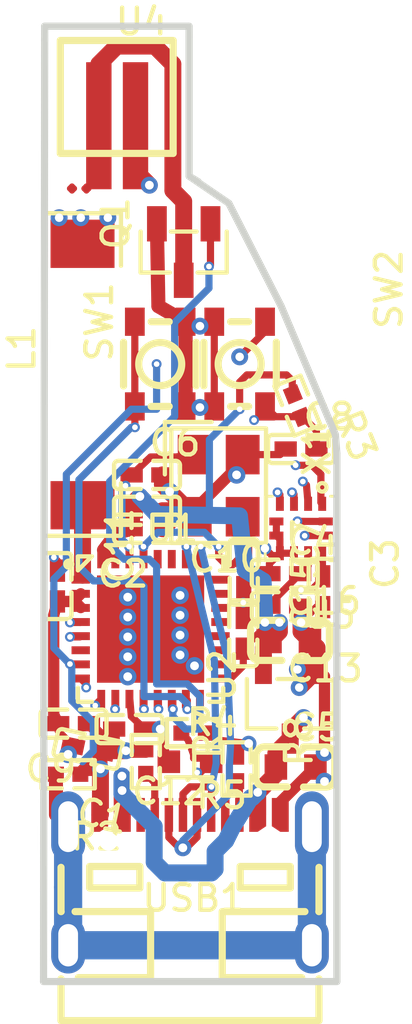
<source format=kicad_pcb>
(kicad_pcb (version 20240108) (generator "pcbnew") (generator_version "8.0")
  (layers (0 "F.Cu" signal "TopLayer") (1 "In1.Cu" signal "Power") (2 "In2.Cu" signal "Middle Layer") (31 "B.Cu" signal "BottomLayer") (34 "B.Paste" user "BottomPasteMaskLayer") (35 "F.Paste" user "TopPasteMaskLayer") (36 "B.SilkS" user "BottomSilkLayer") (37 "F.SilkS" user "TopSilkLayer") (38 "B.Mask" user "BottomSolderMaskLayer") (39 "F.Mask" user "TopSolderMaskLayer") (44 "Edge.Cuts" user "BoardOutLine"))
  (net 1 "")
  (net 2 "RESET")
  (net 3 "LED")
  (net 4 "3.3V")
  (net 5 "BOOT")
  (net 6 "XTAL_P")
  (net 7 "D+")
  (net 8 "D-")
  (net 9 "XTAL_N")
  (net 10 "SHIELD")
  (net 11 "VBUS")
  (net 12 "ACC_CS")
  (net 13 "AMBIENT")
  (net 14 "ACC_SDI")
  (net 15 "ACC_INT2")
  (net 16 "ACC_INT1")
  (net 17 "ACC_SDO")
  (net 18 "ACC_CLK")
  (net 19 "U4_1")
  (net 20 "GND")
  (net 21 "ANTENNA")
  (net 22 "CC2")
  (net 23 "CC1")
  (footprint "BackupProjects_lennarteichhorn_personal_1_20240922:KEY-SMD_4P-L3.0-W2.6-P1.80-LS3.5" (layer "F.Cu") (at 153.952 100.1282 -90)
    (property "Reference" "SW2")
    (property "Value" "K2-1830UQ-A4DW-06" (hide yes))
  )
  (footprint "BackupProjects_lennarteichhorn_personal_1_20240922:R0402" (layer "F.Cu") (at 153.843 114.468 -90)
    (property "Reference" "R8")
    (property "Value" "5.1kΩ" (hide yes))
  )
  (footprint "BackupProjects_lennarteichhorn_personal_1_20240922:C0402" (layer "F.Cu") (at 150.668 104.054)
    (property "Reference" "C6")
    (property "Value" "22pF" (hide yes))
  )
  (footprint "BackupProjects_lennarteichhorn_personal_1_20240922:QFN-32_L5.0-W5.0-P0.50-TL-EP3.7" (layer "F.Cu") (at 150.795 109.515)
    (property "Reference" "U1")
    (property "Value" "ESP32-C3FH4" (hide yes))
  )
  (footprint "BackupProjects_lennarteichhorn_personal_1_20240922:C0402" (layer "F.Cu") (at 154.097 107.483 -90)
    (property "Reference" "C7")
    (property "Value" "22pF" (hide yes))
  )
  (footprint "BackupProjects_lennarteichhorn_personal_1_20240922:SENSORS-SMD_ALS-PT19" (layer "F.Cu") (at 152.192 114.214)
    (property "Reference" "R4")
    (property "Value" "ALS-PT19-315C/L177/TR8" (hide yes))
  )
  (footprint "BackupProjects_lennarteichhorn_personal_1_20240922:KEY-SMD_4P-L3.0-W2.6-P1.80-LS3.5" (layer "F.Cu") (at 151.136 100.1282 90)
    (property "Reference" "SW1")
    (property "Value" "K2-1830UQ-A4DW-06" (hide yes))
  )
  (footprint "BackupProjects_lennarteichhorn_personal_1_20240922:C0402" (layer "F.Cu") (at 155.552 108.7041 180)
    (property "Reference" "C13")
    (property "Value" "10uF" (hide yes))
  )
  (footprint "BackupProjects_lennarteichhorn_personal_1_20240922:C0402" (layer "F.Cu") (at 156.128 103.1361)
    (property "Reference" "C8")
    (property "Value" "1uF" (hide yes))
  )
  (footprint "BackupProjects_lennarteichhorn_personal_1_20240922:R0402" (layer "F.Cu") (at 147.872 114.6561 180)
    (property "Reference" "R2")
    (property "Value" "1MΩ" (hide yes))
  )
  (footprint "BackupProjects_lennarteichhorn_personal_1_20240922:SOT-23-3_L2.9-W1.6-P1.90-LS2.8-BR" (layer "F.Cu") (at 155.744 112.1601 90)
    (property "Reference" "U2")
    (property "Value" "XC6206P332MR" (hide yes))
  )
  (footprint "BackupProjects_lennarteichhorn_personal_1_20240922:R0402" (layer "F.Cu") (at 150.624 114.2081 -90)
    (property "Reference" "R7")
    (property "Value" "5.1kΩ" (hide yes))
  )
  (footprint "BackupProjects_lennarteichhorn_personal_1_20240922:ANT-SMD_L9.5-W2.1" (layer "F.Cu") (at 148.382 100.498 90)
    (property "Reference" "L1")
    (property "Value" "AN9520-245" (hide yes))
  )
  (footprint "BackupProjects_lennarteichhorn_personal_1_20240922:USB-C-SMD_MC-107D" (layer "F.Cu") (at 152.192 118.405)
    (property "Reference" "USB1")
    (property "Value" "MC-107D" (hide yes))
  )
  (footprint "BackupProjects_lennarteichhorn_personal_1_20240922:C0603" (layer "F.Cu") (at 155.744 109.9201)
    (property "Reference" "C16")
    (property "Value" "22uF" (hide yes))
  )
  (footprint "BackupProjects_lennarteichhorn_personal_1_20240922:C0402" (layer "F.Cu") (at 148.576 113.7601 168)
    (property "Reference" "C1")
    (property "Value" "10uF" (hide yes))
  )
  (footprint "BackupProjects_lennarteichhorn_personal_1_20240922:C0402" (layer "F.Cu") (at 150.668 105.959 180)
    (property "Reference" "C2")
    (property "Value" "10uF" (hide yes))
  )
  (footprint "BackupProjects_lennarteichhorn_personal_1_20240922:CRYSTAL-SMD_4P-L3.2-W2.5-BL" (layer "F.Cu") (at 153.208 104.435 -90)
    (property "Reference" "X1")
    (property "Value" "40MHz" (hide yes))
  )
  (footprint "BackupProjects_lennarteichhorn_personal_1_20240922:C0402" (layer "F.Cu") (at 156.896 108.1921 -90)
    (property "Reference" "C3")
    (property "Value" "100nF" (hide yes))
  )
  (footprint "BackupProjects_lennarteichhorn_personal_1_20240922:R0402" (layer "F.Cu") (at 156 101.6002 -68)
    (property "Reference" "R3")
    (property "Value" "10kΩ" (hide yes))
  )
  (footprint "BackupProjects_lennarteichhorn_personal_1_20240922:LGA-12_L2.0-W2.0-P0.50-BL" (layer "F.Cu") (at 156.128 105.9521 180)
    (property "Reference" "U5")
    (property "Value" "LIS2DH12TR" (hide yes))
  )
  (footprint "BackupProjects_lennarteichhorn_personal_1_20240922:C0402" (layer "F.Cu") (at 150.668 105.324 180)
    (property "Reference" "C10")
    (property "Value" "1uF" (hide yes))
  )
  (footprint "BackupProjects_lennarteichhorn_personal_1_20240922:C0603" (layer "F.Cu") (at 155.936 114.4001)
    (property "Reference" "C5")
    (property "Value" "22uF" (hide yes))
  )
  (footprint "BackupProjects_lennarteichhorn_personal_1_20240922:C0402" (layer "F.Cu") (at 155.552 107.5521)
    (property "Reference" "C4")
    (property "Value" "100nF" (hide yes))
  )
  (footprint "BackupProjects_lennarteichhorn_personal_1_20240922:C0402" (layer "F.Cu") (at 148.064 112.8641 180)
    (property "Reference" "C9")
    (property "Value" "100nF" (hide yes))
  )
  (footprint "BackupProjects_lennarteichhorn_personal_1_20240922:C0402" (layer "F.Cu") (at 147.493 107.991 -90)
    (property "Reference" "C11")
    (property "Value" "1uF" (hide yes))
  )
  (footprint "BackupProjects_lennarteichhorn_personal_1_20240922:C0402" (layer "F.Cu") (at 154.08 109.6641 -90)
    (property "Reference" "C15")
    (property "Value" "100nF" (hide yes))
  )
  (footprint "BackupProjects_lennarteichhorn_personal_1_20240922:SOT-23-3_L2.9-W1.3-P1.90-LS2.4-BR" (layer "F.Cu") (at 151.968 96.1602 90)
    (property "Reference" "Q1")
    (property "Value" "AO3400A" (hide yes))
  )
  (footprint "BackupProjects_lennarteichhorn_personal_1_20240922:R0402" (layer "F.Cu") (at 152.319 113.198 180)
    (property "Reference" "R5")
    (property "Value" "10kΩ" (hide yes))
  )
  (footprint "BackupProjects_lennarteichhorn_personal_1_20240922:LED STRIP 4MM" (layer "F.Cu") (at 148.96 91.9362)
    (property "Reference" "U4")
    (property "Value" "LED strip" (hide yes))
  )
  (footprint "BackupProjects_lennarteichhorn_personal_1_20240922:C0402" (layer "F.Cu") (at 150.048 113.0561 180)
    (property "Reference" "C12")
    (property "Value" "100nF" (hide yes))
  )
  (gr_line (start 157.399 122.0001) (end 147 122.0001) (stroke (width 0.254)) (layer "Edge.Cuts"))
  (gr_line (start 157.344 102.6242) (end 157.399 103.292) (stroke (width 0.254)) (layer "Edge.Cuts"))
  (gr_line (start 147.04 88.6082) (end 147.0409 88.6718) (stroke (width 0.254)) (layer "Edge.Cuts"))
  (gr_line (start 147.0409 88.6718) (end 147.04 88.1602) (stroke (width 0.254)) (layer "Edge.Cuts"))
  (gr_line (start 147 122.0001) (end 147.04 88.6082) (stroke (width 0.254)) (layer "Edge.Cuts"))
  (gr_line (start 155.424 98.0802) (end 157.344 102.6242) (stroke (width 0.254)) (layer "Edge.Cuts"))
  (gr_line (start 153.568 94.4322) (end 155.424 98.0802) (stroke (width 0.254)) (layer "Edge.Cuts"))
  (gr_line (start 152.159 88.1612) (end 152.16 88.5442) (stroke (width 0.254)) (layer "Edge.Cuts"))
  (gr_line (start 152.16 93.4722) (end 152.48 93.6642) (stroke (width 0.254)) (layer "Edge.Cuts"))
  (gr_line (start 147.04 88.1602) (end 152.159 88.1612) (stroke (width 0.254)) (layer "Edge.Cuts"))
  (gr_line (start 157.399 106.975) (end 157.399 122.0001) (stroke (width 0.254)) (layer "Edge.Cuts"))
  (gr_line (start 152.16 88.5442) (end 152.16 93.4722) (stroke (width 0.254)) (layer "Edge.Cuts"))
  (gr_line (start 152.16 93.4722) (end 153.568 94.4322) (stroke (width 0.254)) (layer "Edge.Cuts"))
  (gr_line (start 157.399 103.292) (end 157.399 106.975) (stroke (width 0.254)) (layer "Edge.Cuts"))
  (segment (start 156.1831 101.9923) (end 156.673 102.4822) (width 0.254) (layer "F.Cu") (net 2))
  (segment (start 148.3175 110.7649) (end 147.9487 110.7649) (width 0.254) (layer "F.Cu") (net 2))
  (segment (start 154.8519 98.9722) (end 153.952 99.8722) (width 0.254) (layer "F.Cu") (net 2))
  (segment (start 156.673 102.4822) (end 156.673 103.1362) (width 0.254) (layer "F.Cu") (net 2))
  (segment (start 147.9487 110.7649) (end 147.936 110.7522) (width 0.254) (layer "F.Cu") (net 2))
  (segment (start 155.2159 101.9923) (end 156.1831 101.9923) (width 0.254) (layer "F.Cu") (net 2))
  (segment (start 154.8519 101.6283) (end 155.2159 101.9923) (width 0.254) (layer "F.Cu") (net 2))
  (segment (start 154.8519 98.6283) (end 154.8519 98.9722) (width 0.254) (layer "F.Cu") (net 2))
  (via (at 151.008 100.1282) (size 0.35) (drill 0.2) (layers "F.Cu" "B.Cu") (net 2))
  (via (at 147.936 110.7521) (size 0.35) (drill 0.2) (layers "F.Cu" "B.Cu") (net 2))
  (via (at 153.952 99.8722) (size 0.6) (drill 0.3) (layers "F.Cu" "B.Cu") (net 2))
  (via (at 154.464 102.1121) (size 0.35) (drill 0.2) (layers "F.Cu" "B.Cu") (net 2))
  (segment (start 147.9248 110.752) (end 147.366 110.183) (width 0.254) (layer "B.Cu") (net 2))
  (segment (start 148.001 112.055) (end 148.001 110.8173) (width 0.254) (layer "B.Cu") (net 2))
  (segment (start 147.808 107.295) (end 147.808 104.0311) (width 0.254) (layer "B.Cu") (net 2))
  (segment (start 147.366 110.183) (end 147.366 107.737) (width 0.254) (layer "B.Cu") (net 2))
  (segment (start 150.1117 101.7274) (end 151.0084 101.7274) (width 0.254) (layer "B.Cu") (net 2))
  (segment (start 151.0084 101.7274) (end 151.0084 100.1272) (width 0.254) (layer "B.Cu") (net 2))
  (segment (start 148.763 112.817) (end 148.001 112.055) (width 0.254) (layer "B.Cu") (net 2))
  (segment (start 148.001 110.8173) (end 147.936 110.7522) (width 0.254) (layer "B.Cu") (net 2))
  (segment (start 148.763 113.833) (end 148.763 112.817) (width 0.254) (layer "B.Cu") (net 2))
  (segment (start 148.382 114.214) (end 148.763 113.833) (width 0.254) (layer "B.Cu") (net 2))
  (segment (start 147.808 104.0311) (end 150.1117 101.7274) (width 0.254) (layer "B.Cu") (net 2))
  (segment (start 147.366 107.737) (end 147.808 107.295) (width 0.254) (layer "B.Cu") (net 2))
  (segment (start 152.9179 96.6184) (end 152.9179 95.1602) (width 0.254) (layer "F.Cu") (net 3))
  (segment (start 151.5839 112.0311) (end 151.5839 112.3522) (width 0.254) (layer "F.Cu") (net 3))
  (segment (start 152.8641 96.6723) (end 152.9179 96.6184) (width 0.254) (layer "F.Cu") (net 3))
  (segment (start 151.5443 111.9915) (end 151.5839 112.0311) (width 0.254) (layer "F.Cu") (net 3))
  (via (at 151.584 112.3521) (size 0.35) (drill 0.2) (layers "F.Cu" "B.Cu") (net 3))
  (via (at 152.864 96.6722) (size 0.35) (drill 0.2) (layers "F.Cu" "B.Cu") (net 3))
  (segment (start 149.8577 107.041) (end 149.3447 106.528) (width 0.254) (layer "B.Cu") (net 3))
  (segment (start 151.648 101.9842) (end 151.648 98.6562) (width 0.254) (layer "B.Cu") (net 3))
  (segment (start 151.648 98.6562) (end 152.8641 97.4401) (width 0.254) (layer "B.Cu") (net 3))
  (segment (start 152.544 113.0561) (end 152.544 111.9041) (width 0.254) (layer "B.Cu") (net 3))
  (segment (start 149.3447 105.3113) (end 149.344 104.2882) (width 0.254) (layer "B.Cu") (net 3))
  (segment (start 152.096 111.4561) (end 151.008 111.4561) (width 0.254) (layer "B.Cu") (net 3))
  (segment (start 151.584 112.3521) (end 151.584 112.6081) (width 0.254) (layer "B.Cu") (net 3))
  (segment (start 151.0084 107.295) (end 150.7518 107.041) (width 0.254) (layer "B.Cu") (net 3))
  (segment (start 149.344 104.2882) (end 151.648 101.9842) (width 0.254) (layer "B.Cu") (net 3))
  (segment (start 149.3447 106.528) (end 149.3447 105.3113) (width 0.254) (layer "B.Cu") (net 3))
  (segment (start 151.584 112.6081) (end 152.032 113.0561) (width 0.254) (layer "B.Cu") (net 3))
  (segment (start 152.544 111.9041) (end 152.096 111.4561) (width 0.254) (layer "B.Cu") (net 3))
  (segment (start 151.0084 111.4556) (end 151.0084 107.295) (width 0.254) (layer "B.Cu") (net 3))
  (segment (start 152.032 113.0561) (end 152.544 113.0561) (width 0.254) (layer "B.Cu") (net 3))
  (segment (start 150.7518 107.041) (end 149.8577 107.041) (width 0.254) (layer "B.Cu") (net 3))
  (segment (start 152.8641 97.4401) (end 152.8641 96.6723) (width 0.254) (layer "B.Cu") (net 3))
  (segment (start 150.414 104.816) (end 150.1231 105.1069) (width 0.6) (layer "F.Cu") (net 4))
  (segment (start 156.5001 108.1282) (end 156.896 107.7323) (width 0.254) (layer "F.Cu") (net 4))
  (segment (start 149.5451 107.0375) (end 149.5451 106.4873) (width 0.254) (layer "F.Cu") (net 4))
  (segment (start 154.8481 109.28) (end 154.8481 109.4412) (width 0.254) (layer "F.Cu") (net 4))
  (segment (start 154.8481 109.7243) (end 155.0439 109.9201) (width 0.6) (layer "F.Cu") (net 4))
  (segment (start 147.36 109.0241) (end 147.493 108.5371) (width 0.4) (layer "F.Cu") (net 4))
  (segment (start 155.0069 108.6423) (end 155.0069 108.7041) (width 0.254) (layer "F.Cu") (net 4))
  (segment (start 149.525 106.213) (end 149.144 106.721) (width 0.5) (layer "F.Cu") (net 4))
  (segment (start 155.616 100.5121) (end 155.8171 100.7132) (width 0.254) (layer "F.Cu") (net 4))
  (segment (start 150.112 112.6081) (end 150.5931 113.0563) (width 0.254) (layer "F.Cu") (net 4))
  (segment (start 155.3599 109.28) (end 155.3599 109.6042) (width 0.6) (layer "F.Cu") (net 4))
  (segment (start 154.208 100.5121) (end 155.616 100.5121) (width 0.254) (layer "F.Cu") (net 4))
  (segment (start 148.3175 108.2651) (end 148.0465 108.5361) (width 0.4) (layer "F.Cu") (net 4))
  (segment (start 151.1359 113.0563) (end 151.3225 113.2429) (width 0.254) (layer "F.Cu") (net 4))
  (segment (start 148.3175 108.753) (end 148.1006 108.5361) (width 0.4) (layer "F.Cu") (net 4))
  (segment (start 154.8481 109.28) (end 154.8481 109.7243) (width 0.6) (layer "F.Cu") (net 4))
  (segment (start 150.5931 113.0563) (end 150.5931 113.0562) (width 0.254) (layer "F.Cu") (net 4))
  (segment (start 156.097 107.5521) (end 155.0069 108.6423) (width 0.254) (layer "F.Cu") (net 4))
  (segment (start 149.5451 107.0116) (end 149.2831 106.7496) (width 0.254) (layer "F.Cu") (net 4))
  (segment (start 156.3779 107.2713) (end 156.097 107.5521) (width 0.254) (layer "F.Cu") (net 4))
  (segment (start 150.1231 105.324) (end 150.1231 105.959) (width 0.6) (layer "F.Cu") (net 4))
  (segment (start 149.0449 107.0375) (end 149.5451 107.0375) (width 0.254) (layer "F.Cu") (net 4))
  (segment (start 154.8481 108.863) (end 154.8481 109.28) (width 0.254) (layer "F.Cu") (net 4))
  (segment (start 155.3599 109.6042) (end 155.0439 109.9201) (width 0.6) (layer "F.Cu") (net 4))
  (segment (start 150.1231 105.1069) (end 150.1231 105.324) (width 0.6) (layer "F.Cu") (net 4))
  (segment (start 156.896 107.7323) (end 156.896 107.6471) (width 0.254) (layer "F.Cu") (net 4))
  (segment (start 147.3609 112.5452) (end 147.36 109.0241) (width 0.4) (layer "F.Cu") (net 4))
  (segment (start 147.519 113.123) (end 147.519 112.8641) (width 0.254) (layer "F.Cu") (net 4))
  (segment (start 150.1219 105.959) (end 149.652 106.086) (width 0.5) (layer "F.Cu") (net 4))
  (segment (start 154.794 110.1701) (end 154.794 110.925) (width 0.6) (layer "F.Cu") (net 4))
  (segment (start 151.1359 113.0563) (end 150.5931 113.0563) (width 0.254) (layer "F.Cu") (net 4))
  (segment (start 149.652 106.086) (end 149.525 106.213) (width 0.5) (layer "F.Cu") (net 4))
  (segment (start 148.0428 113.6468) (end 147.519 113.123) (width 0.254) (layer "F.Cu") (net 4))
  (segment (start 154.08 110.2092) (end 154.08 110.8161) (width 0.254) (layer "F.Cu") (net 4))
  (segment (start 155.0439 109.9201) (end 154.794 110.1701) (width 0.6) (layer "F.Cu") (net 4))
  (segment (start 156.3779 106.8272) (end 156.3779 107.2713) (width 0.254) (layer "F.Cu") (net 4))
  (segment (start 153.952 100.7682) (end 154.208 100.5121) (width 0.254) (layer "F.Cu") (net 4))
  (segment (start 154.8481 109.4412) (end 154.08 110.2092) (width 0.254) (layer "F.Cu") (net 4))
  (segment (start 154.08 110.8161) (end 153.6311 111.2651) (width 0.254) (layer "F.Cu") (net 4))
  (segment (start 156.128 108.1282) (end 156.5001 108.1282) (width 0.254) (layer "F.Cu") (net 4))
  (segment (start 155.8171 100.7132) (end 155.8171 101.2079) (width 0.254) (layer "F.Cu") (net 4))
  (segment (start 153.952 101.7281) (end 153.952 100.7682) (width 0.254) (layer "F.Cu") (net 4))
  (segment (start 149.5451 107.0375) (end 149.5451 107.0116) (width 0.254) (layer "F.Cu") (net 4))
  (segment (start 156.8783 106.8277) (end 156.8961 107.6481) (width 0.254) (layer "F.Cu") (net 4))
  (segment (start 151.3225 113.2429) (end 151.3225 114.0946) (width 0.254) (layer "F.Cu") (net 4))
  (segment (start 147.5184 112.8653) (end 147.3609 112.5452) (width 0.4) (layer "F.Cu") (net 4))
  (segment (start 150.0584 111.9918) (end 150.112 112.6081) (width 0.254) (layer "F.Cu") (net 4))
  (segment (start 148.1006 108.5361) (end 147.493 108.5361) (width 0.4) (layer "F.Cu") (net 4))
  (segment (start 155.0069 108.7041) (end 154.8481 108.863) (width 0.254) (layer "F.Cu") (net 4))
  (segment (start 151.3225 114.0946) (end 151.442 114.214) (width 0.254) (layer "F.Cu") (net 4))
  (segment (start 148.0465 108.5361) (end 147.493 108.5361) (width 0.4) (layer "F.Cu") (net 4))
  (segment (start 153.6311 111.2651) (end 153.2725 111.2651) (width 0.254) (layer "F.Cu") (net 4))
  (via (at 154.848 109.2802) (size 0.6) (drill 0.3) (layers "F.Cu" "B.Cu") (net 4))
  (via (at 150.414 104.816) (size 0.6) (drill 0.31) (layers "F.Cu" "B.Cu") (net 4))
  (via (at 151.136 113.0561) (size 0.6) (drill 0.31) (layers "F.Cu" "B.Cu") (net 4))
  (via (at 156.128 108.1281) (size 0.35) (drill 0.2) (layers "F.Cu" "B.Cu") (net 4))
  (via (at 153.952 101.7281) (size 0.35) (drill 0.2) (layers "F.Cu" "B.Cu") (net 4))
  (via (at 147.872 113.9521) (size 0.62) (drill 0.31) (layers "F.Cu" "B.Cu") (net 4))
  (via (at 155.36 109.2802) (size 0.6) (drill 0.3) (layers "F.Cu" "B.Cu") (net 4))
  (segment (start 153.952 101.7281) (end 152.8791 102.801) (width 0.254) (layer "B.Cu") (net 4))
  (segment (start 152.8791 102.801) (end 152.8791 105.485) (width 0.254) (layer "B.Cu") (net 4))
  (segment (start 154.8481 109.28) (end 154.784 107.8081) (width 0.6) (layer "B.Cu") (net 4))
  (segment (start 154.784 107.8081) (end 154.1478 107.4246) (width 0.6) (layer "B.Cu") (net 4))
  (segment (start 153.9446 105.5043) (end 151.008 105.451) (width 0.6) (layer "B.Cu") (net 4))
  (segment (start 151.008 105.4402) (end 150.414 104.816) (width 0.6) (layer "B.Cu") (net 4))
  (segment (start 154.1478 107.4246) (end 153.9446 105.5043) (width 0.6) (layer "B.Cu") (net 4))
  (segment (start 152.096 112.0428) (end 152.096 112.3522) (width 0.254) (layer "F.Cu") (net 5))
  (segment (start 150.2387 102.3674) (end 150.2362 101.6283) (width 0.254) (layer "F.Cu") (net 5))
  (segment (start 152.0447 111.9915) (end 152.096 112.0428) (width 0.254) (layer "F.Cu") (net 5))
  (segment (start 150.236 101.6283) (end 150.236 98.6283) (width 0.254) (layer "F.Cu") (net 5))
  (via (at 152.096 112.3521) (size 0.35) (drill 0.2) (layers "F.Cu" "B.Cu") (net 5))
  (via (at 150.24 102.3682) (size 0.35) (drill 0.2) (layers "F.Cu" "B.Cu") (net 5))
  (segment (start 152.0955 112.3522) (end 152.0955 112.1591) (width 0.254) (layer "B.Cu") (net 5))
  (segment (start 150.111 102.3682) (end 150.24 102.3682) (width 0.254) (layer "B.Cu") (net 5))
  (segment (start 151.8389 111.9051) (end 150.5588 111.9051) (width 0.254) (layer "B.Cu") (net 5))
  (segment (start 152.0955 112.1591) (end 151.8389 111.9051) (width 0.254) (layer "B.Cu") (net 5))
  (segment (start 150.3683 107.8081) (end 148.7681 107.8081) (width 0.254) (layer "B.Cu") (net 5))
  (segment (start 150.5588 108.0012) (end 150.3683 107.8081) (width 0.254) (layer "B.Cu") (net 5))
  (segment (start 150.5588 111.9051) (end 150.5588 108.0012) (width 0.254) (layer "B.Cu") (net 5))
  (segment (start 148.7681 107.8081) (end 148.255 107.295) (width 0.254) (layer "B.Cu") (net 5))
  (segment (start 148.255 107.295) (end 148.255 104.2242) (width 0.254) (layer "B.Cu") (net 5))
  (segment (start 148.255 104.2242) (end 150.111 102.3682) (width 0.254) (layer "B.Cu") (net 5))
  (segment (start 151.684 103.419) (end 152.3581 103.3349) (width 0.254) (layer "F.Cu") (net 6))
  (segment (start 150.795 103.419) (end 151.684 103.419) (width 0.254) (layer "F.Cu") (net 6))
  (segment (start 150.033 107.0255) (end 150.045 107.0375) (width 0.254) (layer "F.Cu") (net 6))
  (segment (start 150.033 106.594) (end 150.033 107.0255) (width 0.254) (layer "F.Cu") (net 6))
  (segment (start 152.3581 103.3349) (end 152.3571 103.3352) (width 0.254) (layer "F.Cu") (net 6))
  (segment (start 150.1219 104.054) (end 150.795 103.419) (width 0.254) (layer "F.Cu") (net 6))
  (via (at 150.033 106.594) (size 0.35) (drill 0.2) (layers "F.Cu" "B.Cu") (net 6))
  (via (at 149.906 104.435) (size 0.35) (drill 0.2) (layers "F.Cu" "B.Cu") (net 6))
  (segment (start 149.779 106.34) (end 149.779 104.562) (width 0.254) (layer "B.Cu") (net 6))
  (segment (start 150.033 106.594) (end 149.779 106.34) (width 0.254) (layer "B.Cu") (net 6))
  (segment (start 149.779 104.562) (end 149.906 104.435) (width 0.254) (layer "B.Cu") (net 6))
  (segment (start 152.942 115.345) (end 152.942 116.0969) (width 0.254) (layer "F.Cu") (net 7))
  (segment (start 152.065 107.0182) (end 152.0447 107.0385) (width 0.254) (layer "F.Cu") (net 7))
  (segment (start 152.192 115.103) (end 152.954 115.103) (width 0.254) (layer "F.Cu") (net 7))
  (segment (start 152.954 115.103) (end 152.954 115.3331) (width 0.254) (layer "F.Cu") (net 7))
  (segment (start 151.9421 115.3529) (end 152.192 115.103) (width 0.254) (layer "F.Cu") (net 7))
  (segment (start 152.065 106.594) (end 152.065 107.0182) (width 0.254) (layer "F.Cu") (net 7))
  (segment (start 152.954 115.3331) (end 152.942 115.345) (width 0.254) (layer "F.Cu") (net 7))
  (segment (start 151.9421 116.0969) (end 151.9421 115.3529) (width 0.254) (layer "F.Cu") (net 7))
  (via (at 152.065 106.594) (size 0.35) (drill 0.2) (layers "F.Cu" "B.Cu") (net 7))
  (via (at 152.954 115.103) (size 0.35) (drill 0.2) (layers "F.Cu" "B.Cu") (net 7))
  (segment (start 153.056 110.6241) (end 152.065 106.594) (width 0.254) (layer "B.Cu") (net 7))
  (segment (start 153.12 114.2721) (end 153.056 110.6241) (width 0.254) (layer "B.Cu") (net 7))
  (segment (start 152.954 115.103) (end 153.12 114.2721) (width 0.254) (layer "B.Cu") (net 7))
  (segment (start 152.4419 116.8851) (end 152.065 117.262) (width 0.254) (layer "F.Cu") (net 8))
  (segment (start 151.442 116.893) (end 151.442 116.0969) (width 0.254) (layer "F.Cu") (net 8))
  (segment (start 152.4419 116.0969) (end 152.4419 116.8851) (width 0.254) (layer "F.Cu") (net 8))
  (segment (start 151.811 117.262) (end 151.442 116.893) (width 0.254) (layer "F.Cu") (net 8))
  (segment (start 152.545 106.622) (end 152.545 107.0375) (width 0.254) (layer "F.Cu") (net 8))
  (segment (start 152.065 117.262) (end 151.938 117.262) (width 0.254) (layer "F.Cu") (net 8))
  (segment (start 152.573 106.594) (end 152.545 106.622) (width 0.254) (layer "F.Cu") (net 8))
  (segment (start 151.938 117.262) (end 151.811 117.262) (width 0.254) (layer "F.Cu") (net 8))
  (via (at 151.938 117.262) (size 0.6) (drill 0.31) (layers "F.Cu" "B.Cu") (net 8))
  (via (at 152.573 106.594) (size 0.35) (drill 0.2) (layers "F.Cu" "B.Cu") (net 8))
  (segment (start 153.6322 113.5688) (end 153.589 114.341) (width 0.254) (layer "B.Cu") (net 8))
  (segment (start 151.938 117.008) (end 151.938 117.262) (width 0.254) (layer "B.Cu") (net 8))
  (segment (start 152.573 106.594) (end 153.504 110.4962) (width 0.254) (layer "B.Cu") (net 8))
  (segment (start 153.589 114.341) (end 153.589 115.357) (width 0.254) (layer "B.Cu") (net 8))
  (segment (start 153.504 110.4962) (end 153.6322 113.5688) (width 0.254) (layer "B.Cu") (net 8))
  (segment (start 153.589 115.357) (end 151.938 117.008) (width 0.254) (layer "B.Cu") (net 8))
  (segment (start 150.541 106.594) (end 150.541 107.0334) (width 0.254) (layer "F.Cu") (net 9))
  (segment (start 153.208 106.975) (end 153.462 107.229) (width 0.254) (layer "F.Cu") (net 9))
  (segment (start 150.541 107.0334) (end 150.5451 107.0375) (width 0.254) (layer "F.Cu") (net 9))
  (segment (start 154.0071 106.9379) (end 154.097 106.9379) (width 0.254) (layer "F.Cu") (net 9))
  (segment (start 154.097 105.5739) (end 154.097 106.9379) (width 0.6) (layer "F.Cu") (net 9))
  (segment (start 154.0581 105.5351) (end 154.097 105.5739) (width 0.6) (layer "F.Cu") (net 9))
  (segment (start 153.462 107.229) (end 153.716 107.229) (width 0.254) (layer "F.Cu") (net 9))
  (segment (start 153.208 106.594) (end 153.208 106.975) (width 0.254) (layer "F.Cu") (net 9))
  (segment (start 153.716 107.229) (end 154.0071 106.9379) (width 0.254) (layer "F.Cu") (net 9))
  (via (at 150.541 106.594) (size 0.35) (drill 0.2) (layers "F.Cu" "B.Cu") (net 9))
  (via (at 153.208 106.594) (size 0.35) (drill 0.2) (layers "F.Cu" "B.Cu") (net 9))
  (segment (start 151.049 106.086) (end 150.541 106.594) (width 0.254) (layer "B.Cu") (net 9))
  (segment (start 153.208 106.594) (end 152.7 106.086) (width 0.254) (layer "B.Cu") (net 9))
  (segment (start 152.7 106.086) (end 151.049 106.086) (width 0.254) (layer "B.Cu") (net 9))
  (segment (start 156.512 116.5131) (end 156.512 120.713) (width 0.5) (layer "F.Cu") (net 10))
  (segment (start 147.4392 114.6561) (end 147.4392 116.0804) (width 0.5) (layer "F.Cu") (net 10))
  (segment (start 147.4392 116.0804) (end 147.872 116.5132) (width 0.5) (layer "F.Cu") (net 10))
  (segment (start 147.872 120.713) (end 156.512 120.713) (width 0.5) (layer "F.Cu") (net 10))
  (segment (start 147.872 116.5131) (end 147.872 120.713) (width 0.5) (layer "F.Cu") (net 10))
  (segment (start 147.8715 118.659) (end 147.8715 118.659) (width 1) (layer "B.Cu") (net 10))
  (segment (start 153.269 120.7139) (end 147.8715 120.7139) (width 1) (layer "B.Cu") (net 10))
  (segment (start 147.8715 116.5127) (end 147.8715 118.659) (width 1) (layer "B.Cu") (net 10))
  (segment (start 156.5125 120.7139) (end 153.269 120.7139) (width 1) (layer "B.Cu") (net 10))
  (segment (start 156.512 116.5132) (end 156.512 120.7131) (width 1) (layer "B.Cu") (net 10))
  (segment (start 153.269 120.7139) (end 153.269 120.7139) (width 1) (layer "B.Cu") (net 10))
  (segment (start 147.8715 118.659) (end 147.8715 120.7139) (width 1) (layer "B.Cu") (net 10))
  (segment (start 149.7917 116.0961) (end 149.7837 115.2326) (width 0.6) (layer "F.Cu") (net 11))
  (segment (start 155.748 113.3952) (end 155.2359 113.9073) (width 0.6) (layer "F.Cu") (net 11))
  (segment (start 149.7837 115.2326) (end 149.779 114.722) (width 0.6) (layer "F.Cu") (net 11))
  (segment (start 155.2359 114.6522) (end 154.592 115.2962) (width 0.6) (layer "F.Cu") (net 11))
  (segment (start 150.2601 93.3002) (end 150.2601 91.6862) (width 0.6) (layer "F.Cu") (net 11))
  (segment (start 155.744 113.3952) (end 155.744 113.1203) (width 0.6) (layer "F.Cu") (net 11))
  (segment (start 154.592 115.296) (end 154.592 116.097) (width 0.6) (layer "F.Cu") (net 11))
  (segment (start 155.2359 114.4002) (end 155.2359 114.6522) (width 0.6) (layer "F.Cu") (net 11))
  (segment (start 154.592 116.097) (end 154.592 116.0971) (width 0.6) (layer "F.Cu") (net 11))
  (segment (start 155.744 113.1203) (end 156.2158 112.6485) (width 0.6) (layer "F.Cu") (net 11))
  (segment (start 155.2359 113.9073) (end 155.2359 114.4002) (width 0.6) (layer "F.Cu") (net 11))
  (segment (start 150.7521 93.7922) (end 150.2601 93.3002) (width 0.6) (layer "F.Cu") (net 11))
  (via (at 156.2158 112.6485) (size 0.6) (drill 0.3) (layers "F.Cu" "B.Cu") (net 11))
  (via (at 150.752 93.7922) (size 0.6) (drill 0.31) (layers "F.Cu" "B.Cu") (net 11))
  (via (at 149.7838 115.2325) (size 0.6) (drill 0.31) (layers "F.Cu" "B.Cu") (net 11))
  (via (at 149.779 114.722) (size 0.6) (drill 0.31) (layers "F.Cu" "B.Cu") (net 11))
  (via (at 154.592 115.2961) (size 0.62) (drill 0.31) (layers "F.Cu" "B.Cu") (net 11))
  (segment (start 153.081 118.024) (end 152.954 118.151) (width 0.6) (layer "B.Cu") (net 11))
  (segment (start 153.462 117.008) (end 153.081 117.389) (width 0.6) (layer "B.Cu") (net 11))
  (segment (start 151.303 118.151) (end 150.922 117.77) (width 0.6) (layer "B.Cu") (net 11))
  (segment (start 150.922 116.5) (end 149.779 115.357) (width 0.6) (layer "B.Cu") (net 11))
  (segment (start 153.081 117.389) (end 153.081 118.024) (width 0.6) (layer "B.Cu") (net 11))
  (segment (start 154.4041 115.484) (end 154.351 115.484) (width 0.6) (layer "B.Cu") (net 11))
  (segment (start 154.592 115.296) (end 154.4041 115.484) (width 0.6) (layer "B.Cu") (net 11))
  (segment (start 153.716 116.5) (end 153.462 117.008) (width 0.6) (layer "B.Cu") (net 11))
  (segment (start 154.351 115.484) (end 153.716 116.5) (width 0.6) (layer "B.Cu") (net 11))
  (segment (start 149.779 115.357) (end 149.779 114.722) (width 0.6) (layer "B.Cu") (net 11))
  (segment (start 150.922 117.77) (end 150.922 116.5) (width 0.6) (layer "B.Cu") (net 11))
  (segment (start 152.954 118.151) (end 151.303 118.151) (width 0.6) (layer "B.Cu") (net 11))
  (segment (start 156.3779 105.07) (end 156.3779 105.0771) (width 0.254) (layer "F.Cu") (net 12))
  (segment (start 156.3199 104.4161) (end 156.192 104.2882) (width 0.254) (layer "F.Cu") (net 12))
  (segment (start 147.936 109.28) (end 148.3045 109.28) (width 0.254) (layer "F.Cu") (net 12))
  (segment (start 148.3045 109.28) (end 148.3185 109.2661) (width 0.254) (layer "F.Cu") (net 12))
  (segment (start 156.3779 105.0771) (end 156.3199 104.4161) (width 0.254) (layer "F.Cu") (net 12))
  (via (at 156.192 104.2882) (size 0.35) (drill 0.2) (layers "F.Cu" "B.Cu") (net 12))
  (via (at 147.936 109.2802) (size 0.35) (drill 0.2) (layers "F.Cu" "B.Cu") (net 12))
  (segment (start 148.3175 111.265) (end 148.512 111.4596) (width 0.254) (layer "F.Cu") (net 13))
  (segment (start 152.561 114.595) (end 152.446 114.595) (width 0.254) (layer "F.Cu") (net 13))
  (segment (start 152.224 113.6961) (end 152.1166 113.4284) (width 0.254) (layer "F.Cu") (net 13))
  (segment (start 152.319 113.96) (end 152.224 113.6961) (width 0.254) (layer "F.Cu") (net 13))
  (segment (start 152.1166 113.4284) (end 151.8862 113.198) (width 0.254) (layer "F.Cu") (net 13))
  (segment (start 148.512 111.4596) (end 148.512 111.5841) (width 0.254) (layer "F.Cu") (net 13))
  (segment (start 152.319 114.087) (end 152.319 113.96) (width 0.254) (layer "F.Cu") (net 13))
  (segment (start 152.8151 114.087) (end 152.319 114.087) (width 0.254) (layer "F.Cu") (net 13))
  (segment (start 152.9421 114.214) (end 152.8151 114.087) (width 0.254) (layer "F.Cu") (net 13))
  (segment (start 152.942 114.214) (end 152.561 114.595) (width 0.254) (layer "F.Cu") (net 13))
  (via (at 148.512 111.5841) (size 0.35) (drill 0.2) (layers "F.Cu" "B.Cu") (net 13))
  (via (at 152.446 114.595) (size 0.35) (drill 0.2) (layers "F.Cu" "B.Cu") (net 13))
  (segment (start 149.045 111.9925) (end 148.8321 112.2054) (width 0.254) (layer "F.Cu") (net 14))
  (segment (start 148.8321 112.2054) (end 148.8321 112.2242) (width 0.254) (layer "F.Cu") (net 14))
  (segment (start 155.3779 104.7541) (end 155.3779 105.0771) (width 0.254) (layer "F.Cu") (net 14))
  (segment (start 155.296 104.6722) (end 155.3779 104.7541) (width 0.254) (layer "F.Cu") (net 14))
  (via (at 148.832 112.2241) (size 0.35) (drill 0.2) (layers "F.Cu" "B.Cu") (net 14))
  (via (at 155.296 104.6722) (size 0.35) (drill 0.2) (layers "F.Cu" "B.Cu") (net 14))
  (segment (start 157.0028 106.2028) (end 156.256 106.2079) (width 0.254) (layer "F.Cu") (net 15))
  (segment (start 151.0721 112.0197) (end 151.0721 112.3522) (width 0.254) (layer "F.Cu") (net 15))
  (segment (start 151.0439 111.9915) (end 151.0721 112.0197) (width 0.254) (layer "F.Cu") (net 15))
  (via (at 156.256 106.2079) (size 0.35) (drill 0.2) (layers "F.Cu" "B.Cu") (net 15))
  (via (at 151.072 112.3521) (size 0.35) (drill 0.2) (layers "F.Cu" "B.Cu") (net 15))
  (segment (start 150.5461 111.9915) (end 150.56 112.0055) (width 0.254) (layer "F.Cu") (net 16))
  (segment (start 157.0028 105.7025) (end 155.9995 105.6974) (width 0.254) (layer "F.Cu") (net 16))
  (segment (start 150.56 112.0055) (end 150.56 112.3522) (width 0.254) (layer "F.Cu") (net 16))
  (via (at 155.9995 105.6974) (size 0.35) (drill 0.2) (layers "F.Cu" "B.Cu") (net 16))
  (via (at 150.56 112.3521) (size 0.35) (drill 0.2) (layers "F.Cu" "B.Cu") (net 16))
  (segment (start 155.878 104.7422) (end 155.878 105.0771) (width 0.254) (layer "F.Cu") (net 17))
  (segment (start 155.808 104.6722) (end 155.878 104.7422) (width 0.254) (layer "F.Cu") (net 17))
  (segment (start 149.5453 111.9915) (end 149.5359 112.0009) (width 0.254) (layer "F.Cu") (net 17))
  (segment (start 149.5359 112.0009) (end 149.5359 112.3522) (width 0.254) (layer "F.Cu") (net 17))
  (via (at 155.808 104.6722) (size 0.35) (drill 0.2) (layers "F.Cu" "B.Cu") (net 17))
  (via (at 149.536 112.3521) (size 0.35) (drill 0.2) (layers "F.Cu" "B.Cu") (net 17))
  (segment (start 156.878 105.0771) (end 156.832 105.0311) (width 0.254) (layer "F.Cu") (net 18))
  (segment (start 147.936 109.7921) (end 148.2903 109.7921) (width 0.254) (layer "F.Cu") (net 18))
  (segment (start 148.2903 109.7921) (end 148.3185 109.7639) (width 0.254) (layer "F.Cu") (net 18))
  (segment (start 156.832 105.0311) (end 156.832 104.4162) (width 0.254) (layer "F.Cu") (net 18))
  (segment (start 156.5119 103.7121) (end 156.832 104.0322) (width 0.254) (layer "F.Cu") (net 18))
  (segment (start 156.832 104.0322) (end 156.832 104.4162) (width 0.254) (layer "F.Cu") (net 18))
  (segment (start 155.936 103.7121) (end 156.5119 103.7121) (width 0.254) (layer "F.Cu") (net 18))
  (via (at 155.936 103.7121) (size 0.35) (drill 0.2) (layers "F.Cu" "B.Cu") (net 18))
  (via (at 147.936 109.7921) (size 0.35) (drill 0.2) (layers "F.Cu" "B.Cu") (net 18))
  (segment (start 150.9449 88.8648) (end 149.5993 88.8648) (width 0.6) (layer "F.Cu") (net 19))
  (segment (start 151.9685 94.369) (end 151.5849 93.9829) (width 0.6) (layer "F.Cu") (net 19))
  (segment (start 151.968 97.1602) (end 151.968 94.3682) (width 0.6) (layer "F.Cu") (net 19))
  (segment (start 149.5993 88.8648) (end 148.9601 89.504) (width 0.6) (layer "F.Cu") (net 19))
  (segment (start 151.5849 93.9829) (end 151.5849 89.5049) (width 0.6) (layer "F.Cu") (net 19))
  (segment (start 148.9601 89.504) (end 148.9601 91.6862) (width 0.6) (layer "F.Cu") (net 19))
  (segment (start 151.5849 89.5049) (end 150.9449 88.8648) (width 0.6) (layer "F.Cu") (net 19))
  (segment (start 148.3048 114.6561) (end 148.4929 114.468) (width 0.5) (layer "F.Cu") (net 20))
  (segment (start 156.128 109.28) (end 156.6708 108.7373) (width 0.254) (layer "F.Cu") (net 20))
  (segment (start 149.1092 113.3644) (end 148.6091 112.8642) (width 0.4) (layer "F.Cu") (net 20))
  (segment (start 154.2723 113.5688) (end 153.843 113.706) (width 0.254) (layer "F.Cu") (net 20))
  (segment (start 156.636 114.2121) (end 156.636 114.4001) (width 0.254) (layer "F.Cu") (net 20))
  (segment (start 149.1092 113.3644) (end 149.1092 113.8734) (width 0.4) (layer "F.Cu") (net 20))
  (segment (start 156.96 114.9121) (end 156.636 114.5881) (width 0.254) (layer "F.Cu") (net 20))
  (segment (start 155.2529 106.2021) (end 155.3779 106.327) (width 0.254) (layer "F.Cu") (net 20))
  (segment (start 151.6369 105.5351) (end 152.3581 105.5351) (width 0.6) (layer "F.Cu") (net 20))
  (segment (start 149.017 113.9656) (end 149.017 114.468) (width 0.5) (layer "F.Cu") (net 20))
  (segment (start 156.064 111.5841) (end 156.6939 110.9542) (width 0.6) (layer "F.Cu") (net 20))
  (segment (start 149.92 113.8241) (end 149.8706 113.8735) (width 0.5) (layer "F.Cu") (net 20))
  (segment (start 156.6939 110.9542) (end 156.6939 110.925) (width 0.6) (layer "F.Cu") (net 20))
  (segment (start 156.96 113.8881) (end 156.636 114.2121) (width 0.254) (layer "F.Cu") (net 20))
  (segment (start 154.08 109.1191) (end 154.08 108.5761) (width 0.254) (layer "F.Cu") (net 20))
  (segment (start 156.636 114.4002) (end 155.3924 115.6437) (width 0.4) (layer "F.Cu") (net 20))
  (segment (start 149.5029 113.0562) (end 149.5029 113.4797) (width 0.4) (layer "F.Cu") (net 20))
  (segment (start 154.08 108.0451) (end 154.08 108.5762) (width 0.254) (layer "F.Cu") (net 20))
  (segment (start 154.5288 107.6151) (end 154.097 108.0291) (width 0.254) (layer "F.Cu") (net 20))
  (segment (start 148.4929 114.468) (end 149.017 114.468) (width 0.5) (layer "F.Cu") (net 20))
  (segment (start 154.097 108.0281) (end 154.08 108.0451) (width 0.254) (layer "F.Cu") (net 20))
  (segment (start 152.3581 105.5351) (end 152.147 105.324) (width 0.6) (layer "F.Cu") (net 20))
  (segment (start 152.0041 98.6184) (end 152.0396 98.6184) (width 0.5) (layer "F.Cu") (net 20))
  (segment (start 155.878 106.8272) (end 155.3779 106.8272) (width 0.254) (layer "F.Cu") (net 20))
  (segment (start 152.3581 105.2849) (end 154.0581 103.5849) (width 0.4) (layer "F.Cu") (net 20))
  (segment (start 156.636 114.5881) (end 156.636 114.4001) (width 0.254) (layer "F.Cu") (net 20))
  (segment (start 151.4688 104.6457) (end 152.3581 105.5351) (width 0.6) (layer "F.Cu") (net 20))
  (segment (start 155.3924 115.6437) (end 155.3924 116.0969) (width 0.4) (layer "F.Cu") (net 20))
  (segment (start 155.3841 103.3349) (end 154.0581 103.3349) (width 0.254) (layer "F.Cu") (net 20))
  (segment (start 149.8706 113.8735) (end 149.1092 113.8735) (width 0.5) (layer "F.Cu") (net 20))
  (segment (start 151.2131 104.39) (end 151.4688 104.6457) (width 0.6) (layer "F.Cu") (net 20))
  (segment (start 150.624 113.8241) (end 150.624 113.7753) (width 0.5) (layer "F.Cu") (net 20))
  (segment (start 153.843 113.706) (end 153.843 114.0362) (width 0.254) (layer "F.Cu") (net 20))
  (segment (start 156.6939 110.1701) (end 156.6939 110.925) (width 0.6) (layer "F.Cu") (net 20))
  (segment (start 151.2131 104.0539) (end 151.2131 104.39) (width 0.6) (layer "F.Cu") (net 20))
  (segment (start 151.2129 105.959) (end 151.6369 105.5351) (width 0.6) (layer "F.Cu") (net 20))
  (segment (start 149.92 113.8241) (end 150.624 113.8241) (width 0.5) (layer "F.Cu") (net 20))
  (segment (start 149.017 114.468) (end 149.017 116.0718) (width 0.6) (layer "F.Cu") (net 20))
  (segment (start 154.9428 107.6151) (end 154.5288 107.6151) (width 0.254) (layer "F.Cu") (net 20))
  (segment (start 155.2949 106.9102) (end 155.3779 106.8272) (width 0.254) (layer "F.Cu") (net 20))
  (segment (start 155.5829 103.1361) (end 155.3841 103.3349) (width 0.254) (layer "F.Cu") (net 20))
  (segment (start 156.128 108.735) (end 156.128 109.28) (width 0.55) (layer "F.Cu") (net 20))
  (segment (start 147.493 107.102) (end 147.493 107.4459) (width 0.254) (layer "F.Cu") (net 20))
  (segment (start 152.0359 98.6283) (end 152.0359 101.6283) (width 0.5) (layer "F.Cu") (net 20))
  (segment (start 156.0971 108.7041) (end 156.128 108.735) (width 0.55) (layer "F.Cu") (net 20))
  (segment (start 149.5029 113.4797) (end 149.1092 113.8734) (width 0.4) (layer "F.Cu") (net 20))
  (segment (start 155.3779 106.327) (end 155.3779 106.8272) (width 0.254) (layer "F.Cu") (net 20))
  (segment (start 153.208 113.452) (end 154.2723 113.5688) (width 0.254) (layer "F.Cu") (net 20))
  (segment (start 152.3581 105.5351) (end 152.3581 105.2849) (width 0.4) (layer "F.Cu") (net 20))
  (segment (start 149.1092 113.8735) (end 149.017 113.9656) (width 0.5) (layer "F.Cu") (net 20))
  (segment (start 153.052 98.6283) (end 153.052 101.6283) (width 0.254) (layer "F.Cu") (net 20))
  (segment (start 156 110.9443) (end 156.0193 110.925) (width 0.6) (layer "F.Cu") (net 20))
  (segment (start 156.444 109.9201) (end 156.6939 110.1701) (width 0.6) (layer "F.Cu") (net 20))
  (segment (start 147.366 106.975) (end 147.493 107.102) (width 0.254) (layer "F.Cu") (net 20))
  (segment (start 156.6708 108.7373) (end 156.896 108.7373) (width 0.254) (layer "F.Cu") (net 20))
  (segment (start 148.6091 112.8642) (end 149.1092 113.3644) (width 0.4) (layer "F.Cu") (net 20))
  (segment (start 154.0581 103.5849) (end 154.0581 103.3349) (width 0.4) (layer "F.Cu") (net 20))
  (segment (start 156.128 109.28) (end 156.128 109.6042) (width 0.6) (layer "F.Cu") (net 20))
  (segment (start 156.96 111.1911) (end 156.96 113.8881) (width 0.4) (layer "F.Cu") (net 20))
  (segment (start 156.0193 110.925) (end 156.6939 110.925) (width 0.6) (layer "F.Cu") (net 20))
  (segment (start 149.1092 113.8734) (end 149.1092 113.3644) (width 0.4) (layer "F.Cu") (net 20))
  (segment (start 155.0069 107.1982) (end 155.0069 107.5521) (width 0.254) (layer "F.Cu") (net 20))
  (segment (start 155.102 106.9102) (end 155.2949 106.9102) (width 0.254) (layer "F.Cu") (net 20))
  (segment (start 149.017 116.0718) (end 148.9918 116.0969) (width 0.6) (layer "F.Cu") (net 20))
  (segment (start 155.2529 105.7022) (end 155.2529 106.2021) (width 0.254) (layer "F.Cu") (net 20))
  (segment (start 156.6939 110.9251) (end 156.96 111.1911) (width 0.4) (layer "F.Cu") (net 20))
  (segment (start 152.147 105.324) (end 151.2129 105.324) (width 0.6) (layer "F.Cu") (net 20))
  (segment (start 151.2129 105.324) (end 151.2129 105.959) (width 0.6) (layer "F.Cu") (net 20))
  (segment (start 152.7508 113.198) (end 153.208 113.452) (width 0.254) (layer "F.Cu") (net 20))
  (segment (start 156.128 109.6042) (end 156.444 109.9201) (width 0.6) (layer "F.Cu") (net 20))
  (segment (start 155.3779 106.8272) (end 155.0069 107.1982) (width 0.254) (layer "F.Cu") (net 20))
  (segment (start 155.0063 107.5516) (end 154.9428 107.6151) (width 0.254) (layer "F.Cu") (net 20))
  (segment (start 151.018 95.1602) (end 151.072 98.0802) (width 0.5) (layer "F.Cu") (net 20))
  (segment (start 151.072 98.0802) (end 152.0041 98.6184) (width 0.5) (layer "F.Cu") (net 20))
  (segment (start 154.848 106.6562) (end 155.102 106.9102) (width 0.254) (layer "F.Cu") (net 20))
  (via (at 154.272 113.5681) (size 0.55) (drill 0.31) (layers "F.Cu" "B.Cu") (net 20))
  (via (at 156.96 114.9121) (size 0.62) (drill 0.31) (layers "F.Cu" "B.Cu") (net 20))
  (via (at 156.128 109.2802) (size 0.6) (drill 0.3) (layers "F.Cu" "B.Cu") (net 20))
  (via (at 149.984 111.2001) (size 0.62) (drill 0.31) (layers "F.Cu" "B.Cu") (net 20))
  (via (at 151.84 108.3201) (size 0.62) (drill 0.31) (layers "F.Cu" "B.Cu") (net 20))
  (via (at 152.352 110.8161) (size 0.62) (drill 0.31) (layers "F.Cu" "B.Cu") (net 20))
  (via (at 149.28 94.9442) (size 0.6) (drill 0.3) (layers "F.Cu" "B.Cu") (net 20))
  (via (at 149.984 108.3841) (size 0.62) (drill 0.31) (layers "F.Cu" "B.Cu") (net 20))
  (via (at 149.92 113.8241) (size 0.6) (drill 0.31) (layers "F.Cu" "B.Cu") (net 20))
  (via (at 154.848 106.6562) (size 0.45) (drill 0.3) (layers "F.Cu" "B.Cu") (net 20))
  (via (at 149.984 109.7921) (size 0.62) (drill 0.31) (layers "F.Cu" "B.Cu") (net 20))
  (via (at 151.84 109.0241) (size 0.62) (drill 0.31) (layers "F.Cu" "B.Cu") (net 20))
  (via (at 148.32 94.9442) (size 0.6) (drill 0.3) (layers "F.Cu" "B.Cu") (net 20))
  (via (at 147.552 94.9442) (size 0.6) (drill 0.3) (layers "F.Cu" "B.Cu") (net 20))
  (via (at 149.984 109.0882) (size 0.6) (drill 0.31) (layers "F.Cu" "B.Cu") (net 20))
  (via (at 153.843 104.054) (size 0.62) (drill 0.31) (layers "F.Cu" "B.Cu") (net 20))
  (via (at 149.017 114.468) (size 0.6) (drill 0.31) (layers "F.Cu" "B.Cu") (net 20))
  (via (at 156.96 113.8881) (size 0.62) (drill 0.31) (layers "F.Cu" "B.Cu") (net 20))
  (via (at 156 110.9441) (size 0.6) (drill 0.3) (layers "F.Cu" "B.Cu") (net 20))
  (via (at 149.984 110.4962) (size 0.62) (drill 0.31) (layers "F.Cu" "B.Cu") (net 20))
  (via (at 151.4688 104.6457) (size 0.62) (drill 0.31) (layers "F.Cu" "B.Cu") (net 20))
  (via (at 152.544 101.6642) (size 0.6) (drill 0.3) (layers "F.Cu" "B.Cu") (net 20))
  (via (at 154.08 108.5761) (size 0.35) (drill 0.2) (layers "F.Cu" "B.Cu") (net 20))
  (via (at 151.84 110.4321) (size 0.62) (drill 0.31) (layers "F.Cu" "B.Cu") (net 20))
  (via (at 152.544 98.7842) (size 0.6) (drill 0.3) (layers "F.Cu" "B.Cu") (net 20))
  (via (at 151.84 109.7281) (size 0.62) (drill 0.31) (layers "F.Cu" "B.Cu") (net 20))
  (via (at 147.366 106.975) (size 0.35) (drill 0.2) (layers "F.Cu" "B.Cu") (net 20))
  (via (at 156.064 111.5841) (size 0.6) (drill 0.3) (layers "F.Cu" "B.Cu") (net 20))
  (segment (start 148.382 105.1279) (end 148.382 105.1279) (width 0.6) (layer "F.Cu") (net 21))
  (segment (start 148.382 105.1279) (end 148.382 107.61) (width 0.6) (layer "F.Cu") (net 21))
  (segment (start 153.843 114.9008) (end 153.9421 114.9999) (width 0.254) (layer "F.Cu") (net 22))
  (segment (start 153.9421 114.9999) (end 153.9421 116.0969) (width 0.254) (layer "F.Cu") (net 22))
  (segment (start 150.9421 114.959) (end 150.9421 115.2082) (width 0.254) (layer "F.Cu") (net 23))
  (segment (start 150.9421 115.2082) (end 150.9421 116.0969) (width 0.254) (layer "F.Cu") (net 23))
  (segment (start 150.6241 114.641) (end 150.9421 114.959) (width 0.254) (layer "F.Cu") (net 23))
)
</source>
